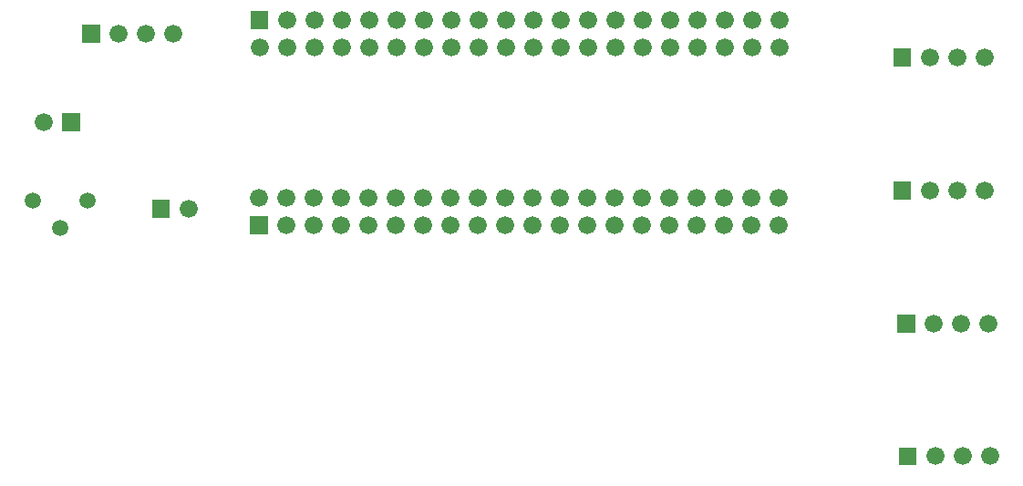
<source format=gbs>
G04 Layer: BottomSolderMaskLayer*
G04 EasyEDA v6.4.19.5, 2021-05-30T15:20:28--7:00*
G04 00a0cf8a2f6945cda59000bd480c23e2,9479053ce0554845bf9291591982ae42,10*
G04 Gerber Generator version 0.2*
G04 Scale: 100 percent, Rotated: No, Reflected: No *
G04 Dimensions in millimeters *
G04 leading zeros omitted , absolute positions ,4 integer and 5 decimal *
%FSLAX45Y45*%
%MOMM*%

%ADD29R,1.6764X1.6764*%
%ADD30C,1.6764*%
%ADD36C,1.5016*%

%LPD*%
G36*
X3205479Y9225279D02*
G01*
X3205479Y9392920D01*
X3373120Y9392920D01*
X3373120Y9225279D01*
G37*
D30*
G01*
X3289300Y9055100D03*
G01*
X3543300Y9309100D03*
G01*
X3543300Y9055100D03*
G01*
X3797300Y9309100D03*
G01*
X3797300Y9055100D03*
G01*
X4051300Y9309100D03*
G01*
X4051300Y9055100D03*
G01*
X4305300Y9309100D03*
G01*
X4305300Y9055100D03*
G01*
X4559300Y9309100D03*
G01*
X4559300Y9055100D03*
G01*
X4813300Y9309100D03*
G01*
X4813300Y9055100D03*
G01*
X5067300Y9309100D03*
G01*
X5067300Y9055100D03*
G01*
X5321300Y9309100D03*
G01*
X5321300Y9055100D03*
G01*
X5575300Y9309100D03*
G01*
X5575300Y9055100D03*
G01*
X5829300Y9309100D03*
G01*
X5829300Y9055100D03*
G01*
X6083300Y9309100D03*
G01*
X6083300Y9055100D03*
G01*
X6337300Y9309100D03*
G01*
X6337300Y9055100D03*
G01*
X6591300Y9309100D03*
G01*
X6591300Y9055100D03*
G01*
X6845300Y9309100D03*
G01*
X6845300Y9055100D03*
G01*
X7099300Y9309100D03*
G01*
X7099300Y9055100D03*
G01*
X7353300Y9309100D03*
G01*
X7353300Y9055100D03*
G01*
X7607300Y9309100D03*
G01*
X7607300Y9055100D03*
G01*
X7861300Y9309100D03*
G01*
X7861300Y9055100D03*
G01*
X8115300Y9309100D03*
G01*
X8115300Y9055100D03*
G36*
X9174479Y8875013D02*
G01*
X9174479Y9042654D01*
X9342120Y9042654D01*
X9342120Y8875013D01*
G37*
G01*
X9512300Y8958834D03*
G01*
X9766300Y8958834D03*
G01*
X10020300Y8958834D03*
G36*
X9174479Y7641336D02*
G01*
X9174479Y7808976D01*
X9342120Y7808976D01*
X9342120Y7641336D01*
G37*
G01*
X9512300Y7725155D03*
G01*
X9766300Y7725155D03*
G01*
X10020300Y7725155D03*
G36*
X9212579Y6407657D02*
G01*
X9212579Y6575297D01*
X9380220Y6575297D01*
X9380220Y6407657D01*
G37*
G01*
X9550400Y6491478D03*
G01*
X9804400Y6491478D03*
G01*
X10058400Y6491478D03*
G36*
X9225279Y5173979D02*
G01*
X9225279Y5341620D01*
X9392920Y5341620D01*
X9392920Y5173979D01*
G37*
G01*
X9563100Y5257800D03*
G01*
X9817100Y5257800D03*
G01*
X10071100Y5257800D03*
D29*
G01*
X1536700Y8356600D03*
D30*
G01*
X1282700Y8356600D03*
G36*
X2291079Y7472679D02*
G01*
X2291079Y7640320D01*
X2458720Y7640320D01*
X2458720Y7472679D01*
G37*
G01*
X2628900Y7556500D03*
D36*
G01*
X1181100Y7632700D03*
G01*
X1435100Y7378700D03*
G01*
X1689100Y7632700D03*
G36*
X3203193Y7320279D02*
G01*
X3203193Y7487920D01*
X3370834Y7487920D01*
X3370834Y7320279D01*
G37*
D30*
G01*
X3286988Y7658100D03*
G01*
X3540988Y7404100D03*
G01*
X3540988Y7658100D03*
G01*
X3794988Y7404100D03*
G01*
X3794988Y7658100D03*
G01*
X4048988Y7404100D03*
G01*
X4048988Y7658100D03*
G01*
X4302988Y7404100D03*
G01*
X4302988Y7658100D03*
G01*
X4556988Y7404100D03*
G01*
X4556988Y7658100D03*
G01*
X4810988Y7404100D03*
G01*
X4810988Y7658100D03*
G01*
X5064988Y7404100D03*
G01*
X5064988Y7658100D03*
G01*
X5318988Y7404100D03*
G01*
X5318988Y7658100D03*
G01*
X5572988Y7404100D03*
G01*
X5572988Y7658100D03*
G01*
X5826988Y7404100D03*
G01*
X5826988Y7658100D03*
G01*
X6080988Y7404100D03*
G01*
X6080988Y7658100D03*
G01*
X6334988Y7404100D03*
G01*
X6334988Y7658100D03*
G01*
X6588988Y7404100D03*
G01*
X6588988Y7658100D03*
G01*
X6842988Y7404100D03*
G01*
X6842988Y7658100D03*
G01*
X7096988Y7404100D03*
G01*
X7096988Y7658100D03*
G01*
X7350988Y7404100D03*
G01*
X7350988Y7658100D03*
G01*
X7604988Y7404100D03*
G01*
X7604988Y7658100D03*
G01*
X7858988Y7404100D03*
G01*
X7858988Y7658100D03*
G01*
X8112988Y7404100D03*
G01*
X8112988Y7658100D03*
G36*
X1643379Y9098279D02*
G01*
X1643379Y9265920D01*
X1811020Y9265920D01*
X1811020Y9098279D01*
G37*
G01*
X1981200Y9182100D03*
G01*
X2235200Y9182100D03*
G01*
X2489200Y9182100D03*
M02*

</source>
